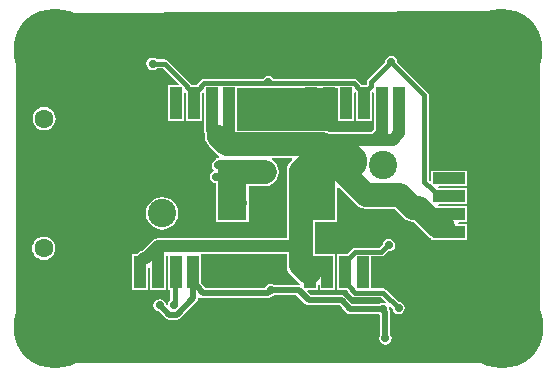
<source format=gtl>
G04*
G04 #@! TF.GenerationSoftware,Altium Limited,Altium Designer,21.6.1 (37)*
G04*
G04 Layer_Physical_Order=1*
G04 Layer_Color=255*
%FSLAX44Y44*%
%MOMM*%
G71*
G04*
G04 #@! TF.SameCoordinates,4777B8CB-E48F-4368-B68D-2058CC3BE4D0*
G04*
G04*
G04 #@! TF.FilePolarity,Positive*
G04*
G01*
G75*
%ADD16R,2.7000X1.0000*%
%ADD17R,3.8000X1.8000*%
%ADD18R,1.0000X2.7000*%
%ADD19R,1.8000X3.8000*%
%ADD20R,2.4200X5.0900*%
%ADD31C,2.0000*%
%ADD32C,0.4000*%
%ADD33C,1.0000*%
%ADD34C,0.5000*%
%ADD35C,2.4000*%
G04:AMPARAMS|DCode=36|XSize=2.4mm|YSize=2.4mm|CornerRadius=0.36mm|HoleSize=0mm|Usage=FLASHONLY|Rotation=180.000|XOffset=0mm|YOffset=0mm|HoleType=Round|Shape=RoundedRectangle|*
%AMROUNDEDRECTD36*
21,1,2.4000,1.6800,0,0,180.0*
21,1,1.6800,2.4000,0,0,180.0*
1,1,0.7200,-0.8400,0.8400*
1,1,0.7200,0.8400,0.8400*
1,1,0.7200,0.8400,-0.8400*
1,1,0.7200,-0.8400,-0.8400*
%
%ADD36ROUNDEDRECTD36*%
%ADD37C,1.6000*%
G04:AMPARAMS|DCode=38|XSize=2.4mm|YSize=2.4mm|CornerRadius=0.6mm|HoleSize=0mm|Usage=FLASHONLY|Rotation=0.000|XOffset=0mm|YOffset=0mm|HoleType=Round|Shape=RoundedRectangle|*
%AMROUNDEDRECTD38*
21,1,2.4000,1.2000,0,0,0.0*
21,1,1.2000,2.4000,0,0,0.0*
1,1,1.2000,0.6000,-0.6000*
1,1,1.2000,-0.6000,-0.6000*
1,1,1.2000,-0.6000,0.6000*
1,1,1.2000,0.6000,0.6000*
%
%ADD38ROUNDEDRECTD38*%
%ADD39C,7.0000*%
%ADD40C,0.7000*%
G36*
X1717000Y2852000D02*
X1719000D01*
Y2616000D01*
X1678000Y2575000D01*
X1314000D01*
X1275000Y2614000D01*
Y2845000D01*
X1301769Y2871769D01*
X1696111Y2872889D01*
X1717000Y2852000D01*
D02*
G37*
%LPC*%
G36*
X1593000Y2835302D02*
X1590971Y2834898D01*
X1589251Y2833749D01*
X1588102Y2832029D01*
X1587706Y2830042D01*
X1573632Y2815968D01*
X1572815Y2814744D01*
X1572527Y2813300D01*
X1572527Y2813300D01*
Y2811363D01*
X1571365Y2810200D01*
X1568635D01*
X1567307Y2811528D01*
X1566839Y2812229D01*
X1564200Y2814868D01*
X1562976Y2815685D01*
X1561533Y2815973D01*
X1561532Y2815973D01*
X1493268D01*
X1492749Y2816749D01*
X1491029Y2817898D01*
X1489000Y2818302D01*
X1486971Y2817898D01*
X1485251Y2816749D01*
X1484732Y2815973D01*
X1434467D01*
X1434467Y2815973D01*
X1433024Y2815685D01*
X1431800Y2814868D01*
X1431800Y2814868D01*
X1429161Y2812229D01*
X1428692Y2811528D01*
X1427365Y2810200D01*
X1424635D01*
X1423307Y2811528D01*
X1422839Y2812229D01*
X1422839Y2812229D01*
X1403900Y2831168D01*
X1402676Y2831985D01*
X1401233Y2832273D01*
X1401232Y2832273D01*
X1394714D01*
X1393029Y2833398D01*
X1391000Y2833802D01*
X1388971Y2833398D01*
X1387251Y2832249D01*
X1386102Y2830529D01*
X1385698Y2828500D01*
X1386102Y2826471D01*
X1387251Y2824751D01*
X1388971Y2823602D01*
X1391000Y2823198D01*
X1393029Y2823602D01*
X1394714Y2824727D01*
X1399670D01*
X1413024Y2811373D01*
X1412538Y2810200D01*
X1411512D01*
X1411000Y2810302D01*
X1410488Y2810200D01*
X1404300D01*
Y2779800D01*
X1417700D01*
Y2803665D01*
X1418970Y2804325D01*
X1419300Y2804094D01*
Y2779800D01*
X1432700D01*
Y2804094D01*
X1433030Y2804325D01*
X1434300Y2803665D01*
Y2795439D01*
X1434242Y2795000D01*
Y2772858D01*
X1434473Y2771109D01*
X1435148Y2769479D01*
X1435349Y2769217D01*
X1435057Y2767000D01*
X1435459Y2763946D01*
X1436638Y2761100D01*
X1438513Y2758655D01*
X1445263Y2751906D01*
X1447199Y2750420D01*
X1446768Y2749150D01*
X1444750D01*
Y2747746D01*
X1444327Y2747662D01*
X1442607Y2746512D01*
X1441457Y2744792D01*
X1441054Y2742764D01*
X1441457Y2740735D01*
X1442607Y2739015D01*
X1442638Y2738994D01*
X1442415Y2737615D01*
X1440990Y2736663D01*
X1439841Y2734943D01*
X1439437Y2732914D01*
X1439841Y2730885D01*
X1440990Y2729165D01*
X1442710Y2728015D01*
X1444739Y2727612D01*
X1444750Y2727603D01*
Y2694850D01*
X1472350D01*
Y2710233D01*
X1472451Y2711000D01*
X1472350Y2711767D01*
Y2725106D01*
X1486068D01*
X1489122Y2725508D01*
X1491968Y2726687D01*
X1494412Y2728562D01*
X1496288Y2731006D01*
X1497466Y2733853D01*
X1497869Y2736907D01*
X1497466Y2739961D01*
X1496288Y2742807D01*
X1494412Y2745251D01*
X1491968Y2747127D01*
X1491842Y2747179D01*
X1492094Y2748449D01*
X1508651D01*
X1509137Y2747276D01*
X1507905Y2746045D01*
X1506030Y2743600D01*
X1504851Y2740754D01*
X1504449Y2737700D01*
Y2680758D01*
X1395381D01*
X1393632Y2680528D01*
X1392002Y2679852D01*
X1390603Y2678778D01*
X1382185Y2670361D01*
X1381932Y2670327D01*
X1380302Y2669652D01*
X1378903Y2668578D01*
X1377524Y2667200D01*
X1373681D01*
Y2660939D01*
X1373623Y2660500D01*
Y2652000D01*
X1373681Y2651561D01*
Y2636800D01*
X1387081D01*
Y2651561D01*
X1387139Y2652000D01*
Y2656064D01*
X1387353Y2656178D01*
X1388623Y2655417D01*
Y2652000D01*
X1388681Y2651561D01*
Y2636800D01*
X1402081D01*
Y2651561D01*
X1402139Y2652000D01*
Y2666085D01*
X1402411Y2666326D01*
X1403681Y2665754D01*
Y2636800D01*
X1406043D01*
Y2628861D01*
X1405501Y2628499D01*
X1404352Y2626779D01*
X1404065Y2625338D01*
X1402798Y2624772D01*
X1402048Y2625274D01*
X1401898Y2626029D01*
X1400749Y2627749D01*
X1399029Y2628898D01*
X1397000Y2629302D01*
X1394971Y2628898D01*
X1393251Y2627749D01*
X1392102Y2626029D01*
X1391698Y2624000D01*
X1392102Y2621971D01*
X1393251Y2620251D01*
X1394971Y2619102D01*
X1396059Y2618885D01*
X1401901Y2613043D01*
X1403290Y2612115D01*
X1404929Y2611789D01*
X1411460D01*
X1413099Y2612115D01*
X1414489Y2613043D01*
X1428409Y2626964D01*
X1429337Y2628353D01*
X1429663Y2629991D01*
Y2630582D01*
X1430933Y2631058D01*
X1432003Y2630344D01*
X1433641Y2630018D01*
X1488300D01*
X1489939Y2630344D01*
X1491328Y2631272D01*
X1491941Y2631885D01*
X1493029Y2632102D01*
X1493951Y2632718D01*
X1512787D01*
X1520082Y2625422D01*
X1521472Y2624494D01*
X1523110Y2624168D01*
X1549166D01*
X1555361Y2617972D01*
X1556751Y2617044D01*
X1558389Y2616718D01*
X1583049D01*
X1583718Y2616271D01*
Y2598951D01*
X1583102Y2598029D01*
X1582698Y2596000D01*
X1583102Y2593971D01*
X1584251Y2592251D01*
X1585971Y2591102D01*
X1588000Y2590698D01*
X1590029Y2591102D01*
X1591749Y2592251D01*
X1592898Y2593971D01*
X1593302Y2596000D01*
X1592898Y2598029D01*
X1592282Y2598951D01*
Y2618459D01*
X1591956Y2620097D01*
X1591280Y2621110D01*
X1590913Y2622956D01*
X1590968Y2623035D01*
X1592138Y2623527D01*
X1593956Y2621708D01*
X1594352Y2619721D01*
X1595501Y2618001D01*
X1597221Y2616852D01*
X1599250Y2616448D01*
X1601279Y2616852D01*
X1602999Y2618001D01*
X1604148Y2619721D01*
X1604552Y2621750D01*
X1604148Y2623779D01*
X1602999Y2625499D01*
X1601279Y2626648D01*
X1599292Y2627043D01*
X1588868Y2637468D01*
X1587644Y2638285D01*
X1586200Y2638572D01*
X1586200Y2638572D01*
X1575700D01*
Y2665428D01*
X1584388D01*
X1584388Y2665428D01*
X1585832Y2665715D01*
X1587056Y2666532D01*
X1590351Y2669827D01*
X1591000Y2669698D01*
X1593029Y2670102D01*
X1594749Y2671251D01*
X1595898Y2672971D01*
X1596302Y2675000D01*
X1595898Y2677029D01*
X1594749Y2678749D01*
X1593029Y2679898D01*
X1591000Y2680302D01*
X1588971Y2679898D01*
X1587251Y2678749D01*
X1586102Y2677029D01*
X1585908Y2676055D01*
X1582825Y2672972D01*
X1562467D01*
X1561024Y2672685D01*
X1559800Y2671868D01*
X1557161Y2669229D01*
X1556693Y2668528D01*
X1555365Y2667200D01*
X1547300D01*
Y2636800D01*
X1555365D01*
X1556693Y2635472D01*
X1557161Y2634771D01*
X1559800Y2632133D01*
X1561024Y2631315D01*
X1562467Y2631028D01*
X1584637D01*
X1588527Y2627138D01*
X1588035Y2625968D01*
X1587956Y2625913D01*
X1586000Y2626302D01*
X1583971Y2625898D01*
X1583049Y2625282D01*
X1560163D01*
X1553967Y2631478D01*
X1552578Y2632406D01*
X1550939Y2632732D01*
X1524884D01*
X1521990Y2635627D01*
X1522476Y2636800D01*
X1530700D01*
Y2641559D01*
X1531030Y2641764D01*
X1532300Y2641058D01*
Y2636800D01*
X1545700D01*
Y2651561D01*
X1545758Y2652000D01*
Y2660500D01*
X1545700Y2660939D01*
Y2667200D01*
X1539439D01*
X1539000Y2667258D01*
X1530500D01*
X1530061Y2667200D01*
X1528051D01*
Y2674000D01*
Y2694850D01*
X1547250D01*
Y2723401D01*
X1548423Y2723888D01*
X1562955Y2709355D01*
X1565399Y2707480D01*
X1568246Y2706301D01*
X1571300Y2705899D01*
X1595849D01*
X1603439Y2698309D01*
X1605883Y2696434D01*
X1608730Y2695255D01*
X1611784Y2694853D01*
X1611912D01*
X1623609Y2683156D01*
X1626053Y2681280D01*
X1626800Y2680971D01*
Y2679800D01*
X1631187D01*
X1631954Y2679699D01*
X1637000D01*
X1637767Y2679800D01*
X1641561D01*
X1642000Y2679742D01*
X1642439Y2679800D01*
X1657200D01*
Y2693200D01*
X1649919D01*
X1649767Y2693530D01*
X1650578Y2694800D01*
X1657200D01*
Y2708200D01*
X1632714D01*
X1632482Y2708530D01*
X1633142Y2709800D01*
X1657200D01*
Y2723200D01*
X1632906D01*
X1632675Y2723530D01*
X1633335Y2724800D01*
X1657200D01*
Y2738200D01*
X1626800D01*
Y2729962D01*
X1625627Y2729476D01*
X1624772Y2730330D01*
Y2802000D01*
X1624772Y2802000D01*
X1624485Y2803444D01*
X1623668Y2804667D01*
X1623667Y2804668D01*
X1598294Y2830042D01*
X1597898Y2832029D01*
X1596749Y2833749D01*
X1595029Y2834898D01*
X1593000Y2835302D01*
D02*
G37*
G36*
X1299178Y2792026D02*
X1296646Y2791692D01*
X1294286Y2790715D01*
X1292260Y2789160D01*
X1290705Y2787134D01*
X1289728Y2784774D01*
X1289394Y2782242D01*
X1289728Y2779710D01*
X1290705Y2777350D01*
X1292260Y2775324D01*
X1294286Y2773769D01*
X1296646Y2772792D01*
X1299178Y2772458D01*
X1301710Y2772792D01*
X1304070Y2773769D01*
X1306096Y2775324D01*
X1307651Y2777350D01*
X1308628Y2779710D01*
X1308962Y2782242D01*
X1308628Y2784774D01*
X1307651Y2787134D01*
X1306096Y2789160D01*
X1304070Y2790715D01*
X1301710Y2791692D01*
X1299178Y2792026D01*
D02*
G37*
G36*
X1399000Y2715818D02*
X1395424Y2715347D01*
X1392091Y2713967D01*
X1389229Y2711771D01*
X1387033Y2708909D01*
X1385653Y2705576D01*
X1385182Y2702000D01*
X1385653Y2698423D01*
X1387033Y2695091D01*
X1389229Y2692229D01*
X1392091Y2690033D01*
X1395424Y2688653D01*
X1399000Y2688182D01*
X1402576Y2688653D01*
X1405909Y2690033D01*
X1408771Y2692229D01*
X1410967Y2695091D01*
X1412347Y2698423D01*
X1412818Y2702000D01*
X1412347Y2705576D01*
X1410967Y2708909D01*
X1408771Y2711771D01*
X1405909Y2713967D01*
X1402576Y2715347D01*
X1399000Y2715818D01*
D02*
G37*
G36*
X1298670Y2682044D02*
X1296138Y2681710D01*
X1293778Y2680733D01*
X1291752Y2679178D01*
X1290197Y2677152D01*
X1289220Y2674792D01*
X1288886Y2672260D01*
X1289220Y2669728D01*
X1290197Y2667368D01*
X1291752Y2665342D01*
X1293778Y2663787D01*
X1296138Y2662810D01*
X1298670Y2662476D01*
X1301202Y2662810D01*
X1303562Y2663787D01*
X1305588Y2665342D01*
X1307143Y2667368D01*
X1308120Y2669728D01*
X1308454Y2672260D01*
X1308120Y2674792D01*
X1307143Y2677152D01*
X1305588Y2679178D01*
X1303562Y2680733D01*
X1301202Y2681710D01*
X1298670Y2682044D01*
D02*
G37*
%LPD*%
G36*
X1548300Y2779800D02*
X1561700D01*
Y2803665D01*
X1562970Y2804325D01*
X1563300Y2804094D01*
Y2779800D01*
X1576700D01*
Y2804094D01*
X1577030Y2804325D01*
X1578300Y2803665D01*
Y2795439D01*
X1578242Y2795000D01*
Y2772799D01*
X1576201Y2770758D01*
X1542550D01*
X1540980Y2770551D01*
X1538329Y2771649D01*
X1535275Y2772051D01*
X1462758D01*
Y2795000D01*
X1462700Y2795439D01*
Y2808427D01*
X1486483D01*
X1486971Y2808102D01*
X1489000Y2807698D01*
X1491029Y2808102D01*
X1491517Y2808427D01*
X1548300D01*
Y2779800D01*
D02*
G37*
G36*
X1504449Y2658250D02*
X1504851Y2655196D01*
X1506030Y2652350D01*
X1507905Y2649905D01*
X1514155Y2643655D01*
X1515911Y2642308D01*
X1515373Y2641121D01*
X1514560Y2641282D01*
X1493951D01*
X1493029Y2641898D01*
X1491000Y2642302D01*
X1488971Y2641898D01*
X1487251Y2640749D01*
X1486102Y2639029D01*
X1486013Y2638582D01*
X1435415D01*
X1435256Y2638741D01*
X1435137Y2639339D01*
X1434209Y2640728D01*
X1432081Y2642856D01*
Y2667200D01*
X1433333Y2667242D01*
X1504449D01*
Y2658250D01*
D02*
G37*
D16*
X1642000Y2686500D02*
D03*
Y2701500D02*
D03*
Y2716500D02*
D03*
Y2731500D02*
D03*
Y2746500D02*
D03*
Y2761500D02*
D03*
D17*
X1689000Y2664000D02*
D03*
Y2784000D02*
D03*
D18*
X1600000Y2795000D02*
D03*
X1585000D02*
D03*
X1570000D02*
D03*
X1555000D02*
D03*
X1540000D02*
D03*
X1525000D02*
D03*
X1599000Y2652000D02*
D03*
X1584000D02*
D03*
X1569000D02*
D03*
X1554000D02*
D03*
X1539000D02*
D03*
X1524000D02*
D03*
X1455381D02*
D03*
X1440381D02*
D03*
X1425381D02*
D03*
X1410381D02*
D03*
X1395381D02*
D03*
X1380381D02*
D03*
X1381000Y2795000D02*
D03*
X1396000D02*
D03*
X1411000D02*
D03*
X1426000D02*
D03*
X1441000D02*
D03*
X1456000D02*
D03*
D19*
X1622500Y2842000D02*
D03*
X1502500D02*
D03*
X1621500Y2605000D02*
D03*
X1501500D02*
D03*
X1477881D02*
D03*
X1357881D02*
D03*
X1358500Y2842000D02*
D03*
X1478500D02*
D03*
D20*
X1533450Y2722000D02*
D03*
X1458550D02*
D03*
D31*
Y2713100D02*
Y2722000D01*
Y2713100D02*
X1460650Y2711000D01*
X1549000Y2740000D02*
X1571300Y2717700D01*
X1600737D01*
X1562000Y2743850D02*
Y2747546D01*
X1516250Y2737700D02*
X1535275Y2756725D01*
X1611784Y2706654D02*
X1616800D01*
X1600737Y2717700D02*
X1611784Y2706654D01*
X1552821Y2756725D02*
X1562000Y2747546D01*
X1535275Y2756725D02*
X1552821D01*
X1616800Y2706654D02*
X1631954Y2691500D01*
X1461918Y2736907D02*
X1486068D01*
X1446858Y2767000D02*
X1453608Y2760250D01*
X1535275D01*
X1631954Y2691500D02*
X1637000D01*
X1516250Y2674000D02*
Y2737700D01*
Y2658250D02*
Y2674000D01*
X1522500Y2652000D02*
X1524000D01*
X1516250Y2658250D02*
X1522500Y2652000D01*
D32*
X1590188Y2675000D02*
X1591000D01*
X1562467Y2669200D02*
X1584388D01*
X1590188Y2675000D01*
X1593000Y2830000D02*
X1621000Y2802000D01*
Y2728767D02*
X1627439Y2722328D01*
X1621000Y2728767D02*
Y2802000D01*
X1627672Y2722328D02*
X1633500Y2716500D01*
X1627439Y2722328D02*
X1627672D01*
X1570000Y2803500D02*
X1576300Y2809800D01*
Y2813300D01*
X1570000Y2795000D02*
Y2803500D01*
X1576300Y2813300D02*
X1593000Y2830000D01*
X1409250Y2624750D02*
X1409816Y2625316D01*
Y2651435D01*
X1410381Y2652000D01*
X1586200Y2634800D02*
X1599250Y2621750D01*
X1562467Y2634800D02*
X1586200D01*
X1559828Y2637439D02*
X1562467Y2634800D01*
X1559828Y2637439D02*
Y2637672D01*
X1554000Y2643500D02*
X1559828Y2637672D01*
X1554000Y2643500D02*
Y2652000D01*
X1559828Y2666561D02*
X1562467Y2669200D01*
X1559828Y2666328D02*
Y2666561D01*
X1554000Y2660500D02*
X1559828Y2666328D01*
X1554000Y2652000D02*
Y2660500D01*
X1489000Y2813000D02*
X1489812D01*
X1490612Y2812200D01*
X1561533D01*
X1564171Y2809561D01*
Y2809328D02*
Y2809561D01*
Y2809328D02*
X1570000Y2803500D01*
X1488200Y2812200D02*
X1489000Y2813000D01*
X1434467Y2812200D02*
X1488200D01*
X1431828Y2809561D02*
X1434467Y2812200D01*
X1431828Y2809328D02*
Y2809561D01*
X1426000Y2803500D02*
X1431828Y2809328D01*
X1426000Y2795000D02*
Y2803500D01*
X1391000Y2828500D02*
X1401233D01*
X1420172Y2809561D01*
Y2809328D02*
Y2809561D01*
Y2809328D02*
X1426000Y2803500D01*
D33*
X1542550Y2764000D02*
X1579000D01*
X1535275Y2756725D02*
X1542550Y2764000D01*
X1579000D02*
X1594142D01*
X1579000D02*
X1585000Y2770000D01*
X1530500Y2660500D02*
X1539000D01*
X1637000Y2691500D02*
X1642000Y2686500D01*
X1456000Y2767000D02*
Y2795000D01*
X1539000Y2652000D02*
Y2660500D01*
X1395381Y2674000D02*
X1516250D01*
X1441000Y2772858D02*
X1446858Y2767000D01*
X1441000Y2772858D02*
Y2795000D01*
X1446858Y2767000D02*
X1456000D01*
X1600000Y2769858D02*
Y2795000D01*
X1594142Y2764000D02*
X1600000Y2769858D01*
X1585000Y2770000D02*
Y2795000D01*
X1395381Y2652000D02*
Y2674000D01*
X1385181Y2663800D02*
X1395381Y2674000D01*
X1383681Y2663800D02*
X1385181D01*
X1380381Y2660500D02*
X1383681Y2663800D01*
X1380381Y2652000D02*
Y2660500D01*
D34*
X1555000Y2795000D02*
Y2799450D01*
X1523110Y2628450D02*
X1550939D01*
X1558389Y2621000D01*
X1586000D01*
X1514560Y2637000D02*
X1523110Y2628450D01*
X1586000Y2620459D02*
Y2621000D01*
Y2620459D02*
X1588000Y2618459D01*
Y2596000D02*
Y2618459D01*
X1568000Y2644000D02*
X1569440D01*
X1491000Y2637000D02*
X1514560D01*
X1425381Y2629991D02*
Y2643500D01*
X1488300Y2634300D02*
X1491000Y2637000D01*
X1433641Y2634300D02*
X1488300D01*
X1431181Y2636760D02*
X1433641Y2634300D01*
X1431181Y2636760D02*
Y2637700D01*
X1425381Y2643500D02*
X1431181Y2637700D01*
X1425381Y2643500D02*
Y2652000D01*
X1404929Y2616071D02*
X1411460D01*
X1425381Y2629991D01*
X1397000Y2624000D02*
X1404929Y2616071D01*
D35*
X1586000Y2743000D02*
D03*
X1399000Y2702000D02*
D03*
D36*
X1586000Y2694000D02*
D03*
D37*
X1636038Y2773480D02*
D03*
X1635530Y2663752D02*
D03*
X1299178Y2782242D02*
D03*
X1298670Y2672260D02*
D03*
D38*
X1399000Y2751000D02*
D03*
D39*
X1687000Y2606000D02*
D03*
X1686000Y2840000D02*
D03*
X1308000Y2606000D02*
D03*
Y2840000D02*
D03*
D40*
X1710001Y2800002D02*
D03*
Y2760002D02*
D03*
Y2740002D02*
D03*
Y2720002D02*
D03*
Y2700002D02*
D03*
Y2680002D02*
D03*
X1700001Y2800002D02*
D03*
Y2760002D02*
D03*
X1705001Y2750002D02*
D03*
X1700001Y2740002D02*
D03*
X1705001Y2730002D02*
D03*
X1700001Y2720002D02*
D03*
X1705001Y2710002D02*
D03*
X1700001Y2700002D02*
D03*
X1705001Y2690002D02*
D03*
X1700001Y2680002D02*
D03*
X1690001Y2760002D02*
D03*
X1695001Y2750002D02*
D03*
X1690001Y2740002D02*
D03*
X1695001Y2730002D02*
D03*
X1690001Y2720002D02*
D03*
X1695001Y2710002D02*
D03*
X1690001Y2700002D02*
D03*
X1695001Y2690002D02*
D03*
X1690001Y2680002D02*
D03*
X1680001Y2760002D02*
D03*
X1685001Y2750002D02*
D03*
X1680001Y2740002D02*
D03*
X1685001Y2730002D02*
D03*
X1680001Y2720002D02*
D03*
X1685001Y2710002D02*
D03*
X1680001Y2700002D02*
D03*
X1685001Y2690002D02*
D03*
X1680001Y2680002D02*
D03*
X1670001Y2800002D02*
D03*
Y2760002D02*
D03*
X1675001Y2750002D02*
D03*
X1670001Y2740002D02*
D03*
X1675001Y2730002D02*
D03*
X1670001Y2720002D02*
D03*
X1675001Y2710002D02*
D03*
X1670001Y2700002D02*
D03*
X1675001Y2690002D02*
D03*
X1670001Y2680002D02*
D03*
X1660001Y2800002D02*
D03*
Y2780002D02*
D03*
X1665001Y2770002D02*
D03*
Y2750002D02*
D03*
Y2730002D02*
D03*
Y2710002D02*
D03*
Y2690002D02*
D03*
X1660001Y2660002D02*
D03*
X1665001Y2650002D02*
D03*
X1660001Y2640002D02*
D03*
X1655001Y2810002D02*
D03*
X1650001Y2800002D02*
D03*
X1655001Y2790002D02*
D03*
X1650001Y2780002D02*
D03*
X1655001Y2650002D02*
D03*
X1650001Y2640002D02*
D03*
X1640001Y2840002D02*
D03*
X1645001Y2830002D02*
D03*
X1640001Y2820002D02*
D03*
X1645001Y2810002D02*
D03*
X1640001Y2800002D02*
D03*
X1645001Y2790002D02*
D03*
Y2610002D02*
D03*
Y2590002D02*
D03*
X1635001Y2810002D02*
D03*
Y2790002D02*
D03*
X1620001Y2660002D02*
D03*
X1625001Y2650002D02*
D03*
X1615001Y2670002D02*
D03*
X1610001Y2660002D02*
D03*
X1600001Y2860002D02*
D03*
X1605001Y2850002D02*
D03*
X1590001Y2860002D02*
D03*
X1580001D02*
D03*
X1570001Y2680002D02*
D03*
X1575001Y2590002D02*
D03*
X1560001Y2700002D02*
D03*
X1565001Y2690002D02*
D03*
X1560001Y2680002D02*
D03*
X1550001Y2860002D02*
D03*
X1555001Y2690002D02*
D03*
X1550001Y2680002D02*
D03*
X1540001D02*
D03*
X1535001Y2830002D02*
D03*
X1520001Y2860002D02*
D03*
X1525001Y2590002D02*
D03*
X1490001Y2780002D02*
D03*
X1495001Y2690002D02*
D03*
X1490001Y2660002D02*
D03*
X1480001Y2780002D02*
D03*
X1485001Y2690002D02*
D03*
X1480001Y2660002D02*
D03*
X1470001Y2780002D02*
D03*
X1475001Y2690002D02*
D03*
X1470001Y2660002D02*
D03*
X1460001Y2620002D02*
D03*
X1450001Y2860002D02*
D03*
X1455001Y2830002D02*
D03*
X1450001Y2620002D02*
D03*
X1445001Y2830002D02*
D03*
X1440001Y2620002D02*
D03*
X1435001Y2830002D02*
D03*
Y2690002D02*
D03*
X1420001Y2860002D02*
D03*
X1425001Y2830002D02*
D03*
Y2770002D02*
D03*
X1420001Y2760002D02*
D03*
X1425001Y2690002D02*
D03*
Y2590002D02*
D03*
X1410001Y2860002D02*
D03*
X1415001Y2770002D02*
D03*
X1410001Y2600002D02*
D03*
X1415001Y2590002D02*
D03*
X1400001Y2860002D02*
D03*
X1405001Y2850002D02*
D03*
Y2770002D02*
D03*
X1400001Y2600002D02*
D03*
X1405001Y2590002D02*
D03*
X1390001Y2860002D02*
D03*
X1395001Y2850002D02*
D03*
Y2770002D02*
D03*
Y2730002D02*
D03*
X1390001Y2600002D02*
D03*
X1395001Y2590002D02*
D03*
X1380001Y2860002D02*
D03*
X1385001Y2850002D02*
D03*
X1380001Y2600002D02*
D03*
X1385001Y2590002D02*
D03*
X1375001Y2850002D02*
D03*
X1370001Y2680002D02*
D03*
X1375001Y2630002D02*
D03*
Y2610002D02*
D03*
X1365001Y2810002D02*
D03*
X1360001Y2800002D02*
D03*
X1365001Y2790002D02*
D03*
X1360001Y2780002D02*
D03*
X1365001Y2770002D02*
D03*
X1360001Y2760002D02*
D03*
X1365001Y2750002D02*
D03*
X1360001Y2740002D02*
D03*
X1365001Y2730002D02*
D03*
X1360001Y2720002D02*
D03*
X1365001Y2710002D02*
D03*
X1360001Y2700002D02*
D03*
X1365001Y2690002D02*
D03*
X1360001Y2680002D02*
D03*
X1365001Y2670002D02*
D03*
X1360001Y2660002D02*
D03*
X1365001Y2650002D02*
D03*
X1360001Y2640002D02*
D03*
X1365001Y2630002D02*
D03*
X1355001Y2810002D02*
D03*
X1350001Y2800002D02*
D03*
X1355001Y2790002D02*
D03*
X1350001Y2780002D02*
D03*
X1355001Y2770002D02*
D03*
X1350001Y2760002D02*
D03*
X1355001Y2750002D02*
D03*
X1350001Y2740002D02*
D03*
X1355001Y2730002D02*
D03*
X1350001Y2720002D02*
D03*
X1355001Y2710002D02*
D03*
X1350001Y2700002D02*
D03*
X1355001Y2690002D02*
D03*
X1350001Y2680002D02*
D03*
X1355001Y2670002D02*
D03*
X1350001Y2660002D02*
D03*
X1355001Y2650002D02*
D03*
X1350001Y2640002D02*
D03*
X1355001Y2630002D02*
D03*
X1345001Y2810002D02*
D03*
X1340001Y2800002D02*
D03*
X1345001Y2790002D02*
D03*
X1340001Y2780002D02*
D03*
X1345001Y2770002D02*
D03*
X1340001Y2760002D02*
D03*
X1345001Y2750002D02*
D03*
X1340001Y2740002D02*
D03*
X1345001Y2730002D02*
D03*
X1340001Y2720002D02*
D03*
X1345001Y2710002D02*
D03*
X1340001Y2700002D02*
D03*
X1345001Y2690002D02*
D03*
X1340001Y2680002D02*
D03*
X1345001Y2670002D02*
D03*
X1340001Y2660002D02*
D03*
X1345001Y2650002D02*
D03*
X1340001Y2640002D02*
D03*
X1345001Y2630002D02*
D03*
X1330001Y2800002D02*
D03*
X1335001Y2790002D02*
D03*
X1330001Y2780002D02*
D03*
X1335001Y2770002D02*
D03*
X1330001Y2760002D02*
D03*
X1335001Y2750002D02*
D03*
X1330001Y2740002D02*
D03*
X1335001Y2730002D02*
D03*
X1330001Y2720002D02*
D03*
X1335001Y2710002D02*
D03*
X1330001Y2700002D02*
D03*
X1335001Y2690002D02*
D03*
X1330001Y2680002D02*
D03*
X1335001Y2670002D02*
D03*
X1330001Y2660002D02*
D03*
X1335001Y2650002D02*
D03*
X1325001Y2790002D02*
D03*
X1320001Y2780002D02*
D03*
X1325001Y2770002D02*
D03*
X1320001Y2760002D02*
D03*
X1325001Y2750002D02*
D03*
X1320001Y2740002D02*
D03*
X1325001Y2730002D02*
D03*
X1320001Y2720002D02*
D03*
X1325001Y2710002D02*
D03*
X1320001Y2700002D02*
D03*
X1325001Y2690002D02*
D03*
X1320001Y2680002D02*
D03*
X1325001Y2670002D02*
D03*
X1320001Y2660002D02*
D03*
X1325001Y2650002D02*
D03*
X1315001Y2790002D02*
D03*
Y2770002D02*
D03*
X1310001Y2760002D02*
D03*
X1315001Y2750002D02*
D03*
X1310001Y2740002D02*
D03*
X1315001Y2730002D02*
D03*
X1310001Y2720002D02*
D03*
X1315001Y2710002D02*
D03*
X1310001Y2700002D02*
D03*
X1315001Y2690002D02*
D03*
Y2670002D02*
D03*
X1310001Y2660002D02*
D03*
X1315001Y2650002D02*
D03*
X1300001Y2760002D02*
D03*
X1305001Y2750002D02*
D03*
X1300001Y2740002D02*
D03*
X1305001Y2730002D02*
D03*
X1300001Y2720002D02*
D03*
X1305001Y2710002D02*
D03*
X1300001Y2700002D02*
D03*
X1305001Y2690002D02*
D03*
Y2650002D02*
D03*
X1290001Y2800002D02*
D03*
Y2760002D02*
D03*
X1295001Y2750002D02*
D03*
X1290001Y2740002D02*
D03*
X1295001Y2730002D02*
D03*
X1290001Y2720002D02*
D03*
X1295001Y2710002D02*
D03*
X1290001Y2700002D02*
D03*
X1295001Y2690002D02*
D03*
Y2650002D02*
D03*
X1285001Y2790002D02*
D03*
Y2770002D02*
D03*
Y2750002D02*
D03*
Y2730002D02*
D03*
Y2710002D02*
D03*
Y2690002D02*
D03*
Y2650002D02*
D03*
X1591000Y2675000D02*
D03*
X1540045Y2733972D02*
D03*
Y2742972D02*
D03*
X1553701Y2735478D02*
D03*
X1553045Y2743972D02*
D03*
X1562000Y2743850D02*
D03*
X1466739Y2733914D02*
D03*
X1477739Y2731913D02*
D03*
X1477739Y2742764D02*
D03*
X1466839D02*
D03*
X1486739Y2742914D02*
D03*
X1487739Y2731913D02*
D03*
X1456200Y2733550D02*
D03*
X1455939Y2742764D02*
D03*
X1562304Y2735399D02*
D03*
X1530045Y2733972D02*
D03*
X1555000Y2799450D02*
D03*
X1444739Y2732914D02*
D03*
X1446356Y2742764D02*
D03*
X1411000Y2805000D02*
D03*
X1530500Y2743350D02*
D03*
X1593000Y2830000D02*
D03*
X1547750Y2620750D02*
D03*
X1588000Y2596000D02*
D03*
X1639000Y2731000D02*
D03*
X1569440Y2644000D02*
D03*
X1586000Y2621000D02*
D03*
X1491000Y2637000D02*
D03*
X1397000Y2624000D02*
D03*
X1409250Y2624750D02*
D03*
X1599250Y2621750D02*
D03*
X1633500Y2716500D02*
D03*
X1489000Y2813000D02*
D03*
X1391000Y2828500D02*
D03*
M02*

</source>
